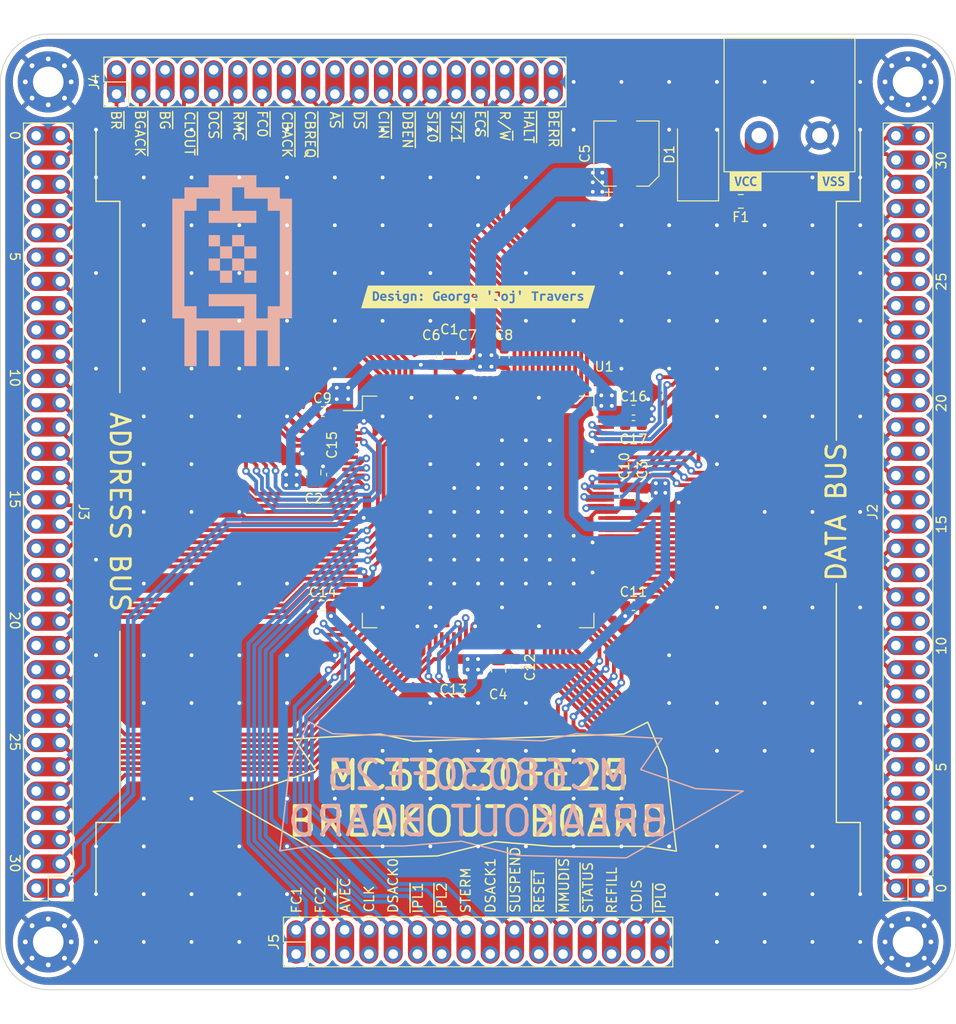
<source format=kicad_pcb>
(kicad_pcb (version 20220211) (generator pcbnew)

  (general
    (thickness 1.6)
  )

  (paper "A4")
  (layers
    (0 "F.Cu" signal)
    (31 "B.Cu" signal)
    (32 "B.Adhes" user "B.Adhesive")
    (33 "F.Adhes" user "F.Adhesive")
    (34 "B.Paste" user)
    (35 "F.Paste" user)
    (36 "B.SilkS" user "B.Silkscreen")
    (37 "F.SilkS" user "F.Silkscreen")
    (38 "B.Mask" user)
    (39 "F.Mask" user)
    (40 "Dwgs.User" user "User.Drawings")
    (41 "Cmts.User" user "User.Comments")
    (42 "Eco1.User" user "User.Eco1")
    (43 "Eco2.User" user "User.Eco2")
    (44 "Edge.Cuts" user)
    (45 "Margin" user)
    (46 "B.CrtYd" user "B.Courtyard")
    (47 "F.CrtYd" user "F.Courtyard")
    (48 "B.Fab" user)
    (49 "F.Fab" user)
    (50 "User.1" user)
    (51 "User.2" user)
    (52 "User.3" user)
    (53 "User.4" user)
    (54 "User.5" user)
    (55 "User.6" user)
    (56 "User.7" user)
    (57 "User.8" user)
    (58 "User.9" user)
  )

  (setup
    (stackup
      (layer "F.SilkS" (type "Top Silk Screen"))
      (layer "F.Paste" (type "Top Solder Paste"))
      (layer "F.Mask" (type "Top Solder Mask") (color "Blue") (thickness 0.01))
      (layer "F.Cu" (type "copper") (thickness 0.035))
      (layer "dielectric 1" (type "core") (thickness 1.51) (material "FR4") (epsilon_r 4.5) (loss_tangent 0.02))
      (layer "B.Cu" (type "copper") (thickness 0.035))
      (layer "B.Mask" (type "Bottom Solder Mask") (color "Blue") (thickness 0.01))
      (layer "B.Paste" (type "Bottom Solder Paste"))
      (layer "B.SilkS" (type "Bottom Silk Screen"))
      (copper_finish "None")
      (dielectric_constraints no)
    )
    (pad_to_mask_clearance 0)
    (pcbplotparams
      (layerselection 0x00011fc_ffffffff)
      (disableapertmacros false)
      (usegerberextensions true)
      (usegerberattributes true)
      (usegerberadvancedattributes true)
      (creategerberjobfile true)
      (dashed_line_dash_ratio 12.000000)
      (dashed_line_gap_ratio 3.000000)
      (svgprecision 4)
      (excludeedgelayer true)
      (plotframeref false)
      (viasonmask false)
      (mode 1)
      (useauxorigin false)
      (hpglpennumber 1)
      (hpglpenspeed 20)
      (hpglpendiameter 15.000000)
      (dxfpolygonmode true)
      (dxfimperialunits true)
      (dxfusepcbnewfont true)
      (psnegative false)
      (psa4output false)
      (plotreference true)
      (plotvalue true)
      (plotinvisibletext false)
      (sketchpadsonfab false)
      (subtractmaskfromsilk false)
      (outputformat 1)
      (mirror false)
      (drillshape 0)
      (scaleselection 1)
      (outputdirectory "Output/")
    )
  )

  (net 0 "")
  (net 1 "unconnected-(U1-NC)_1")
  (net 2 "unconnected-(U1-NC)_2")
  (net 3 "unconnected-(U1-NC)")
  (net 4 "GND")
  (net 5 "VCC")
  (net 6 "Net-(J1-Pin_1)")
  (net 7 "Net-(J2-Pin_1)")
  (net 8 "Net-(J2-Pin_3)")
  (net 9 "Net-(J2-Pin_5)")
  (net 10 "Net-(J2-Pin_7)")
  (net 11 "Net-(J2-Pin_10)")
  (net 12 "Net-(J2-Pin_11)")
  (net 13 "Net-(J2-Pin_13)")
  (net 14 "Net-(J2-Pin_15)")
  (net 15 "Net-(J2-Pin_17)")
  (net 16 "Net-(J2-Pin_19)")
  (net 17 "Net-(J2-Pin_21)")
  (net 18 "Net-(J2-Pin_23)")
  (net 19 "Net-(J2-Pin_25)")
  (net 20 "Net-(J2-Pin_27)")
  (net 21 "Net-(J2-Pin_29)")
  (net 22 "Net-(J2-Pin_31)")
  (net 23 "Net-(J2-Pin_33)")
  (net 24 "Net-(J2-Pin_35)")
  (net 25 "Net-(J2-Pin_37)")
  (net 26 "Net-(J2-Pin_39)")
  (net 27 "Net-(J2-Pin_41)")
  (net 28 "Net-(J2-Pin_43)")
  (net 29 "Net-(J2-Pin_45)")
  (net 30 "Net-(J2-Pin_47)")
  (net 31 "Net-(J2-Pin_49)")
  (net 32 "Net-(J2-Pin_51)")
  (net 33 "Net-(J2-Pin_53)")
  (net 34 "Net-(J2-Pin_55)")
  (net 35 "Net-(J2-Pin_57)")
  (net 36 "Net-(J2-Pin_59)")
  (net 37 "Net-(J2-Pin_61)")
  (net 38 "Net-(J2-Pin_63)")
  (net 39 "Net-(J3-Pin_1)")
  (net 40 "Net-(J3-Pin_3)")
  (net 41 "Net-(J3-Pin_5)")
  (net 42 "Net-(J3-Pin_7)")
  (net 43 "Net-(J3-Pin_10)")
  (net 44 "Net-(J3-Pin_11)")
  (net 45 "Net-(J3-Pin_13)")
  (net 46 "Net-(J3-Pin_15)")
  (net 47 "Net-(J3-Pin_17)")
  (net 48 "Net-(J3-Pin_19)")
  (net 49 "Net-(J3-Pin_21)")
  (net 50 "Net-(J3-Pin_23)")
  (net 51 "Net-(J3-Pin_25)")
  (net 52 "Net-(J3-Pin_27)")
  (net 53 "Net-(J3-Pin_29)")
  (net 54 "Net-(J3-Pin_31)")
  (net 55 "Net-(J3-Pin_33)")
  (net 56 "Net-(J3-Pin_35)")
  (net 57 "Net-(J3-Pin_37)")
  (net 58 "Net-(J3-Pin_39)")
  (net 59 "Net-(J3-Pin_41)")
  (net 60 "Net-(J3-Pin_43)")
  (net 61 "Net-(J3-Pin_45)")
  (net 62 "Net-(J3-Pin_47)")
  (net 63 "Net-(J3-Pin_49)")
  (net 64 "Net-(J3-Pin_51)")
  (net 65 "Net-(J3-Pin_53)")
  (net 66 "Net-(J3-Pin_55)")
  (net 67 "Net-(J3-Pin_57)")
  (net 68 "Net-(J3-Pin_59)")
  (net 69 "Net-(J3-Pin_61)")
  (net 70 "Net-(J3-Pin_63)")
  (net 71 "FC0")
  (net 72 "~{SUSPEND}")
  (net 73 "~{RESET}")
  (net 74 "~{MMUDIS}")
  (net 75 "~{IPL1}")
  (net 76 "~{IPL2}")
  (net 77 "DSACK0")
  (net 78 "CLK")
  (net 79 "~{AVEC}")
  (net 80 "FC2")
  (net 81 "FC1")
  (net 82 "R{slash}~{W}")
  (net 83 "~{STATUS}")
  (net 84 "CDIS")
  (net 85 "~{IPL0}")
  (net 86 "REFILL")
  (net 87 "~{BR}")
  (net 88 "~{BGACK}")
  (net 89 "~{BG}")
  (net 90 "~{CLOUT}")
  (net 91 "~{OCS}")
  (net 92 "~{RMC}")
  (net 93 "~{ECS}")
  (net 94 "SIZ1")
  (net 95 "SIZ0")
  (net 96 "~{DBEN}")
  (net 97 "~{CIIN}")
  (net 98 "~{DS}")
  (net 99 "~{AS}")
  (net 100 "~{CBREQ}")
  (net 101 "~{CBACK}")
  (net 102 "~{HALT}")
  (net 103 "~{BERR}")
  (net 104 "STERM")
  (net 105 "DSACK1")

  (footprint "Package_QFP:PQFP-132-ALT_24x24mm_P0.635mm" (layer "F.Cu") (at 150 100))

  (footprint "kibuzzard-620E6093" (layer "F.Cu") (at 178 65.4))

  (footprint "Capacitor_SMD:C_0805_2012Metric_Pad1.18x1.45mm_HandSolder" (layer "F.Cu") (at 167.15 98.525 -90))

  (footprint "MountingHole:MountingHole_3.2mm_M3_Pad_Via" (layer "F.Cu") (at 195 145))

  (footprint "Capacitor_SMD:C_0603_1608Metric_Pad1.08x0.95mm_HandSolder" (layer "F.Cu") (at 166.2625 89.35))

  (footprint "Capacitor_SMD:C_0603_1608Metric_Pad1.08x0.95mm_HandSolder" (layer "F.Cu") (at 133.7375 89.5 180))

  (footprint "Capacitor_SMD:C_0805_2012Metric_Pad1.18x1.45mm_HandSolder" (layer "F.Cu") (at 152.15 116.5 -90))

  (footprint "MountingHole:MountingHole_3.2mm_M3_Pad_Via" (layer "F.Cu") (at 195 55))

  (footprint "Capacitor_SMD:C_0603_1608Metric_Pad1.08x0.95mm_HandSolder" (layer "F.Cu") (at 134.65 96.1 90))

  (footprint "Fuse:Fuse_0805_2012Metric_Pad1.15x1.40mm_HandSolder" (layer "F.Cu") (at 177.5 67.5 180))

  (footprint "Capacitor_SMD:C_0805_2012Metric_Pad1.18x1.45mm_HandSolder" (layer "F.Cu") (at 147 83.5125 90))

  (footprint "Connector_PinHeader_2.54mm:PinHeader_2x32_P2.54mm_Vertical" (layer "F.Cu") (at 196.275 139.375 180))

  (footprint "Capacitor_SMD:C_0603_1608Metric_Pad1.08x0.95mm_HandSolder" (layer "F.Cu") (at 166.2625 109.8))

  (footprint "Diode_SMD:D_SMA-SMB_Universal_Handsoldering" (layer "F.Cu") (at 173.025 62.6 90))

  (footprint "Capacitor_SMD:C_0603_1608Metric_Pad1.08x0.95mm_HandSolder" (layer "F.Cu") (at 147.45 116.2625 -90))

  (footprint "kibuzzard-620E6032" (layer "F.Cu") (at 150 77.5))

  (footprint "Capacitor_SMD:CP_Elec_6.3x3.9" (layer "F.Cu") (at 165.525 62.5 90))

  (footprint "Capacitor_SMD:C_0603_1608Metric_Pad1.08x0.95mm_HandSolder" (layer "F.Cu") (at 154 116.2625 -90))

  (footprint "Capacitor_SMD:C_0603_1608Metric_Pad1.08x0.95mm_HandSolder" (layer "F.Cu") (at 133.7375 109.8 180))

  (footprint "Capacitor_SMD:C_0603_1608Metric_Pad1.08x0.95mm_HandSolder" (layer "F.Cu") (at 148.85 83.7375 90))

  (footprint "Capacitor_SMD:C_0603_1608Metric_Pad1.08x0.95mm_HandSolder" (layer "F.Cu") (at 152.74 83.76 90))

  (footprint "Capacitor_SMD:C_0603_1608Metric_Pad1.08x0.95mm_HandSolder" (layer "F.Cu") (at 165.3 98.3 -90))

  (footprint "Capacitor_SMD:C_0805_2012Metric_Pad1.18x1.45mm_HandSolder" (layer "F.Cu") (at 132.8 95.8625 90))

  (footprint "kibuzzard-620E60BC" (layer "F.Cu") (at 187.2 65.4))

  (footprint "TerminalBlock:TerminalBlock_ANYTEK_YK221-2_P6.35mm" (layer "F.Cu") (at 175.745 64.405))

  (footprint "Connector_PinHeader_2.54mm:PinHeader_2x32_P2.54mm_Vertical" (layer "F.Cu") (at 106.275 139.375 180))

  (footprint "Connector_PinHeader_2.54mm:PinHeader_2x19_P2.54mm_Vertical" (layer "F.Cu") (at 112.15 56.275 90))

  (footprint "MountingHole:MountingHole_3.2mm_M3_Pad_Via" (layer "F.Cu") (at 105 145))

  (footprint "Capacitor_SMD:C_0603_1608Metric_Pad1.08x0.95mm_HandSolder" (layer "F.Cu")
    (tedit 5F68FEEF) (tstamp c8e92cde-8b2f-4b3e-873d-ba8390b07fd0)
    (at 166.2625 90.95)
    (descr "Capacitor SMD 0603 (1608 Metric), square (rectangular) end terminal, IPC_7351 nominal with elongated pad for handsoldering. (Body size source: IPC-SM-782 page 76, https://www.pcb-3d.com/wordpress/wp-content/uploads/ipc-sm-782a_amendment_1_and_2.pdf), generated with kicad-footprint-generator")
    (tags "capacitor handsolder")
    (property "Sheetfile" "68030_Breakout.kicad_sch")
    (property "Sheetname" "")
    (path "/22cecc14-8261-48ed-b608-b3cf47e44fb4")
    (attr smd)
    (fp_text reference "C17" (at 0 1.45) (layer "F.SilkS")
        (effects (font (size 1 1) (thickness 0.15)))
      (tstamp 276e7ed4-0e9a-4408-85ec-4a6ea6137f08)
    )
    (fp_text value "0.1u" (at 0 1.43) (layer "F.Fab")
        (effects (font (size 1 1) (thickness 0.15)))
      (tstamp 565e095c-da32-40b7-b0f6-b49033a682f9)
    )
    (fp_text user "${REFERENCE}" (at 0 0) (layer "F.Fab")
        (effects (font (size 0.4 0.4) (thickness 0.06)))
    
... [998591 chars truncated]
</source>
